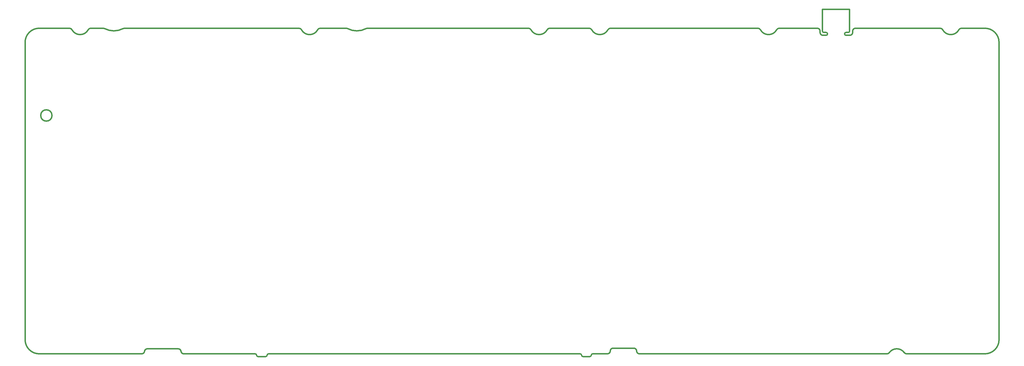
<source format=gbr>
%TF.GenerationSoftware,KiCad,Pcbnew,8.99.0-2209-g89a3b7baa5*%
%TF.CreationDate,2024-09-04T15:50:09+07:00*%
%TF.ProjectId,merisi_ob,6d657269-7369-45f6-9f62-2e6b69636164,rev?*%
%TF.SameCoordinates,Original*%
%TF.FileFunction,Profile,NP*%
%FSLAX46Y46*%
G04 Gerber Fmt 4.6, Leading zero omitted, Abs format (unit mm)*
G04 Created by KiCad (PCBNEW 8.99.0-2209-g89a3b7baa5) date 2024-09-04 15:50:09*
%MOMM*%
%LPD*%
G01*
G04 APERTURE LIST*
%TA.AperFunction,Profile*%
%ADD10C,0.500000*%
%TD*%
G04 APERTURE END LIST*
D10*
X507799979Y474763281D02*
X507799979Y482413281D01*
X507799979Y482413281D02*
X498199988Y482413281D01*
X498199988Y482413281D02*
X498199988Y474756240D01*
X482057447Y475233101D02*
G75*
G02*
X476319534Y475233136I-2868947J1526799D01*
G01*
X240056519Y475763288D02*
X244455129Y475763289D01*
X413738081Y359775975D02*
G75*
G02*
X413219577Y360263301I-18681J499625D01*
G01*
X337214684Y475646503D02*
G75*
G02*
X330649116Y475646503I-3282784J6182503D01*
G01*
X251489684Y475646503D02*
G75*
G02*
X244924116Y475646503I-3282784J6182503D01*
G01*
X330180129Y475763289D02*
G75*
G02*
X330649111Y475646493I-29J-1000089D01*
G01*
X401095906Y475233101D02*
G75*
G02*
X395357902Y475233087I-2869006J1526899D01*
G01*
X337214684Y475646503D02*
G75*
G02*
X337678830Y475763299I469216J-884003D01*
G01*
X401978729Y475763282D02*
X401978729Y475763288D01*
X482057446Y475233101D02*
G75*
G02*
X482935539Y475763273I882754J-469801D01*
G01*
X497366013Y474263288D02*
X497366013Y474770063D01*
X555506227Y475763289D02*
G75*
G02*
X560505668Y470828416I73J-4999789D01*
G01*
X337678830Y475763288D02*
X394475129Y475763288D01*
X431637529Y362750975D02*
G75*
G02*
X432637475Y361750975I-29J-999975D01*
G01*
X401095906Y475233101D02*
X401095905Y475233101D01*
X546349762Y475233099D02*
G75*
G02*
X540611824Y475233125I-2868962J1526801D01*
G01*
X546349761Y475233099D02*
G75*
G02*
X547232529Y475763270I882739J-469799D01*
G01*
X431637529Y362750975D02*
X424343952Y362750975D01*
X482935539Y475763288D02*
X496366029Y475763288D01*
X506500029Y474263274D02*
X506500029Y474263288D01*
X560505714Y365750981D02*
X560505714Y470828417D01*
X506500029Y474263288D02*
X507299979Y474263288D01*
X244455129Y475763289D02*
G75*
G02*
X244924111Y475646493I-29J-1000089D01*
G01*
X433637529Y360750975D02*
G75*
G02*
X432637475Y361750975I-29J1000025D01*
G01*
X394475129Y475763288D02*
G75*
G02*
X395357952Y475233114I71J-999988D01*
G01*
X527886329Y360750976D02*
G75*
G02*
X527073229Y361168794I-29J1000024D01*
G01*
X270902029Y362526799D02*
G75*
G02*
X271895697Y361638888I-29J-999999D01*
G01*
X413738081Y359775975D02*
X416160826Y359775975D01*
X507799979Y474763281D02*
G75*
G02*
X507299979Y474263321I-499979J19D01*
G01*
X412719729Y360750975D02*
G75*
G02*
X413219524Y360263300I-29J-499975D01*
G01*
X546349762Y475233099D02*
X546349761Y475233099D01*
X226387170Y444950798D02*
G75*
G02*
X222399370Y444950798I-1993900J0D01*
G01*
X222399370Y444950798D02*
G75*
G02*
X226387170Y444950798I1993900J0D01*
G01*
X401095905Y475233101D02*
G75*
G02*
X401978729Y475763267I882795J-469901D01*
G01*
X539729029Y475763289D02*
G75*
G02*
X540611764Y475233093I-29J-999989D01*
G01*
X239168987Y475233103D02*
G75*
G02*
X240056519Y475763273I882813J-469903D01*
G01*
X302267283Y360263251D02*
G75*
G02*
X302767129Y360750967I499817J-12251D01*
G01*
X239168987Y475233103D02*
G75*
G02*
X233431013Y475233103I-2868987J1526897D01*
G01*
X508866005Y474263281D02*
G75*
G02*
X507866005Y473263295I-1000005J19D01*
G01*
X422525888Y475233103D02*
G75*
G02*
X416787912Y475233102I-2868988J1526897D01*
G01*
X415905129Y475763288D02*
G75*
G02*
X416787917Y475233105I-29J-1000088D01*
G01*
X482057447Y475233101D02*
X482057446Y475233101D01*
X423343952Y361750975D02*
G75*
G02*
X422338273Y360750964I-1000052J25D01*
G01*
X298059188Y360750976D02*
G75*
G02*
X298559026Y360263250I12J-499976D01*
G01*
X422525888Y475233103D02*
G75*
G02*
X423413201Y475763273I882812J-469903D01*
G01*
X232548229Y475763289D02*
G75*
G02*
X233431018Y475233105I-29J-1000089D01*
G01*
X496366029Y475763288D02*
G75*
G02*
X497365965Y474770063I-29J-999988D01*
G01*
X221892942Y475763288D02*
X232548229Y475763289D01*
X422338273Y360750975D02*
X417134192Y360750975D01*
X313511729Y475763289D02*
G75*
G02*
X314394462Y475233097I-29J-999989D01*
G01*
X527886329Y360750976D02*
X555505714Y360750975D01*
X320132447Y475233101D02*
G75*
G02*
X314394534Y475233136I-2868947J1526799D01*
G01*
X298059188Y360750976D02*
X272889429Y360750976D01*
X498700029Y474263288D02*
X499500029Y474263288D01*
X499500029Y474263288D02*
G75*
G02*
X499496288Y473263326I-29J-499988D01*
G01*
X251963628Y475763288D02*
X313511729Y475763289D01*
X547232529Y475763288D02*
X555506227Y475763289D01*
X320132446Y475233101D02*
G75*
G02*
X321019919Y475763273I882754J-469801D01*
G01*
X259032582Y361638886D02*
G75*
G02*
X258028931Y360751051I-993782J112214D01*
G01*
X302267283Y360263251D02*
G75*
G02*
X301787447Y359775964I-499683J12149D01*
G01*
X216892929Y470763275D02*
X216892929Y365743910D01*
X423413201Y475763288D02*
X475436729Y475763289D01*
X509860199Y475763288D02*
X539729029Y475763289D01*
X299080000Y359775975D02*
G75*
G02*
X298559080Y360263251I-21100J499525D01*
G01*
X560505714Y365750981D02*
G75*
G02*
X555505714Y360750986I-5000014J19D01*
G01*
X270902029Y362526799D02*
X260026280Y362526798D01*
X475436729Y475763289D02*
G75*
G02*
X476319462Y475233097I-29J-999989D01*
G01*
X498700029Y474263288D02*
G75*
G02*
X498199941Y474756239I71J500212D01*
G01*
X320132447Y475233101D02*
X320132446Y475233101D01*
X321019919Y475763288D02*
X330180129Y475763289D01*
X506500029Y473263288D02*
G75*
G02*
X506500029Y474263312I-29J500012D01*
G01*
X521788282Y361168814D02*
G75*
G02*
X520981293Y360750958I-813182J582286D01*
G01*
X272889429Y360750976D02*
G75*
G02*
X271895680Y361638886I-29J1000024D01*
G01*
X412719729Y360750975D02*
X302767129Y360750975D01*
X299080000Y359775975D02*
X301787447Y359775975D01*
X433637529Y360750975D02*
X520981293Y360750975D01*
X499496288Y473263288D02*
X498366029Y473263288D01*
X216892929Y470763275D02*
G75*
G02*
X221892942Y475763271I4999971J25D01*
G01*
X416642223Y360263301D02*
G75*
G02*
X416160826Y359775964I-499723J12199D01*
G01*
X507866005Y473263288D02*
X506500029Y473263288D01*
X521788282Y361168814D02*
G75*
G02*
X527073258Y361168814I2642488J-1892023D01*
G01*
X508866005Y474763281D02*
X508866005Y474263281D01*
X221892929Y360750975D02*
X258028930Y360750975D01*
X508866005Y474763281D02*
G75*
G02*
X509860199Y475763278I999995J19D01*
G01*
X498366029Y473263288D02*
G75*
G02*
X497365988Y474263288I-29J1000012D01*
G01*
X221892929Y360750975D02*
G75*
G02*
X216892880Y365743910I-29J5000025D01*
G01*
X259032582Y361638886D02*
G75*
G02*
X260026280Y362526819I993718J-112086D01*
G01*
X401978729Y475763288D02*
X415905129Y475763288D01*
X423343952Y361750975D02*
G75*
G02*
X424343952Y362751048I1000048J25D01*
G01*
X251489684Y475646503D02*
G75*
G02*
X251963628Y475763301I469216J-884003D01*
G01*
X416642223Y360263301D02*
G75*
G02*
X417134192Y360750967I499977J-12401D01*
G01*
M02*

</source>
